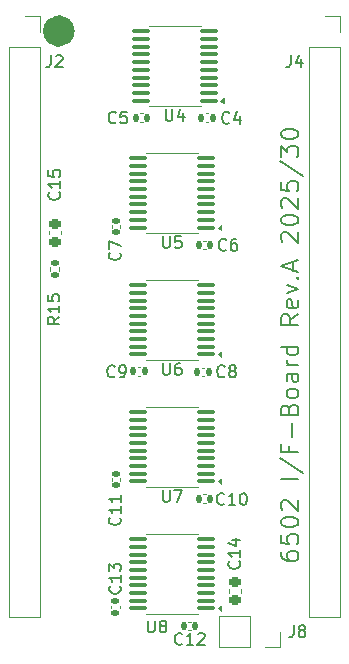
<source format=gbr>
%TF.GenerationSoftware,KiCad,Pcbnew,9.0.3*%
%TF.CreationDate,2025-07-14T16:06:07+02:00*%
%TF.ProjectId,IF-Board,49462d42-6f61-4726-942e-6b696361645f,rev?*%
%TF.SameCoordinates,Original*%
%TF.FileFunction,Legend,Top*%
%TF.FilePolarity,Positive*%
%FSLAX46Y46*%
G04 Gerber Fmt 4.6, Leading zero omitted, Abs format (unit mm)*
G04 Created by KiCad (PCBNEW 9.0.3) date 2025-07-14 16:06:07*
%MOMM*%
%LPD*%
G01*
G04 APERTURE LIST*
G04 Aperture macros list*
%AMRoundRect*
0 Rectangle with rounded corners*
0 $1 Rounding radius*
0 $2 $3 $4 $5 $6 $7 $8 $9 X,Y pos of 4 corners*
0 Add a 4 corners polygon primitive as box body*
4,1,4,$2,$3,$4,$5,$6,$7,$8,$9,$2,$3,0*
0 Add four circle primitives for the rounded corners*
1,1,$1+$1,$2,$3*
1,1,$1+$1,$4,$5*
1,1,$1+$1,$6,$7*
1,1,$1+$1,$8,$9*
0 Add four rect primitives between the rounded corners*
20,1,$1+$1,$2,$3,$4,$5,0*
20,1,$1+$1,$4,$5,$6,$7,0*
20,1,$1+$1,$6,$7,$8,$9,0*
20,1,$1+$1,$8,$9,$2,$3,0*%
G04 Aperture macros list end*
%ADD10C,1.330625*%
%ADD11C,0.200000*%
%ADD12C,0.150000*%
%ADD13C,0.120000*%
%ADD14RoundRect,0.140000X0.140000X0.170000X-0.140000X0.170000X-0.140000X-0.170000X0.140000X-0.170000X0*%
%ADD15RoundRect,0.140000X-0.170000X0.140000X-0.170000X-0.140000X0.170000X-0.140000X0.170000X0.140000X0*%
%ADD16C,2.000000*%
%ADD17R,1.700000X1.700000*%
%ADD18C,1.700000*%
%ADD19RoundRect,0.140000X-0.140000X-0.170000X0.140000X-0.170000X0.140000X0.170000X-0.140000X0.170000X0*%
%ADD20RoundRect,0.100000X0.637500X0.100000X-0.637500X0.100000X-0.637500X-0.100000X0.637500X-0.100000X0*%
%ADD21RoundRect,0.225000X0.250000X-0.225000X0.250000X0.225000X-0.250000X0.225000X-0.250000X-0.225000X0*%
%ADD22RoundRect,0.135000X-0.185000X0.135000X-0.185000X-0.135000X0.185000X-0.135000X0.185000X0.135000X0*%
G04 APERTURE END LIST*
D10*
X140865312Y-74590000D02*
G75*
G02*
X139534688Y-74590000I-665312J0D01*
G01*
X139534688Y-74590000D02*
G75*
G02*
X140865312Y-74590000I665312J0D01*
G01*
D11*
X158994028Y-118730422D02*
X158994028Y-119016136D01*
X158994028Y-119016136D02*
X159065457Y-119158993D01*
X159065457Y-119158993D02*
X159136885Y-119230422D01*
X159136885Y-119230422D02*
X159351171Y-119373279D01*
X159351171Y-119373279D02*
X159636885Y-119444707D01*
X159636885Y-119444707D02*
X160208314Y-119444707D01*
X160208314Y-119444707D02*
X160351171Y-119373279D01*
X160351171Y-119373279D02*
X160422600Y-119301850D01*
X160422600Y-119301850D02*
X160494028Y-119158993D01*
X160494028Y-119158993D02*
X160494028Y-118873279D01*
X160494028Y-118873279D02*
X160422600Y-118730422D01*
X160422600Y-118730422D02*
X160351171Y-118658993D01*
X160351171Y-118658993D02*
X160208314Y-118587564D01*
X160208314Y-118587564D02*
X159851171Y-118587564D01*
X159851171Y-118587564D02*
X159708314Y-118658993D01*
X159708314Y-118658993D02*
X159636885Y-118730422D01*
X159636885Y-118730422D02*
X159565457Y-118873279D01*
X159565457Y-118873279D02*
X159565457Y-119158993D01*
X159565457Y-119158993D02*
X159636885Y-119301850D01*
X159636885Y-119301850D02*
X159708314Y-119373279D01*
X159708314Y-119373279D02*
X159851171Y-119444707D01*
X158994028Y-117230422D02*
X158994028Y-117944708D01*
X158994028Y-117944708D02*
X159708314Y-118016136D01*
X159708314Y-118016136D02*
X159636885Y-117944708D01*
X159636885Y-117944708D02*
X159565457Y-117801851D01*
X159565457Y-117801851D02*
X159565457Y-117444708D01*
X159565457Y-117444708D02*
X159636885Y-117301851D01*
X159636885Y-117301851D02*
X159708314Y-117230422D01*
X159708314Y-117230422D02*
X159851171Y-117158993D01*
X159851171Y-117158993D02*
X160208314Y-117158993D01*
X160208314Y-117158993D02*
X160351171Y-117230422D01*
X160351171Y-117230422D02*
X160422600Y-117301851D01*
X160422600Y-117301851D02*
X160494028Y-117444708D01*
X160494028Y-117444708D02*
X160494028Y-117801851D01*
X160494028Y-117801851D02*
X160422600Y-117944708D01*
X160422600Y-117944708D02*
X160351171Y-118016136D01*
X158994028Y-116230422D02*
X158994028Y-116087565D01*
X158994028Y-116087565D02*
X159065457Y-115944708D01*
X159065457Y-115944708D02*
X159136885Y-115873280D01*
X159136885Y-115873280D02*
X159279742Y-115801851D01*
X159279742Y-115801851D02*
X159565457Y-115730422D01*
X159565457Y-115730422D02*
X159922600Y-115730422D01*
X159922600Y-115730422D02*
X160208314Y-115801851D01*
X160208314Y-115801851D02*
X160351171Y-115873280D01*
X160351171Y-115873280D02*
X160422600Y-115944708D01*
X160422600Y-115944708D02*
X160494028Y-116087565D01*
X160494028Y-116087565D02*
X160494028Y-116230422D01*
X160494028Y-116230422D02*
X160422600Y-116373280D01*
X160422600Y-116373280D02*
X160351171Y-116444708D01*
X160351171Y-116444708D02*
X160208314Y-116516137D01*
X160208314Y-116516137D02*
X159922600Y-116587565D01*
X159922600Y-116587565D02*
X159565457Y-116587565D01*
X159565457Y-116587565D02*
X159279742Y-116516137D01*
X159279742Y-116516137D02*
X159136885Y-116444708D01*
X159136885Y-116444708D02*
X159065457Y-116373280D01*
X159065457Y-116373280D02*
X158994028Y-116230422D01*
X159136885Y-115158994D02*
X159065457Y-115087566D01*
X159065457Y-115087566D02*
X158994028Y-114944709D01*
X158994028Y-114944709D02*
X158994028Y-114587566D01*
X158994028Y-114587566D02*
X159065457Y-114444709D01*
X159065457Y-114444709D02*
X159136885Y-114373280D01*
X159136885Y-114373280D02*
X159279742Y-114301851D01*
X159279742Y-114301851D02*
X159422600Y-114301851D01*
X159422600Y-114301851D02*
X159636885Y-114373280D01*
X159636885Y-114373280D02*
X160494028Y-115230423D01*
X160494028Y-115230423D02*
X160494028Y-114301851D01*
X160494028Y-112516138D02*
X158994028Y-112516138D01*
X158922600Y-110730423D02*
X160851171Y-112016137D01*
X159708314Y-109730423D02*
X159708314Y-110230423D01*
X160494028Y-110230423D02*
X158994028Y-110230423D01*
X158994028Y-110230423D02*
X158994028Y-109516137D01*
X159922600Y-108944709D02*
X159922600Y-107801852D01*
X159708314Y-106587566D02*
X159779742Y-106373280D01*
X159779742Y-106373280D02*
X159851171Y-106301851D01*
X159851171Y-106301851D02*
X159994028Y-106230423D01*
X159994028Y-106230423D02*
X160208314Y-106230423D01*
X160208314Y-106230423D02*
X160351171Y-106301851D01*
X160351171Y-106301851D02*
X160422600Y-106373280D01*
X160422600Y-106373280D02*
X160494028Y-106516137D01*
X160494028Y-106516137D02*
X160494028Y-107087566D01*
X160494028Y-107087566D02*
X158994028Y-107087566D01*
X158994028Y-107087566D02*
X158994028Y-106587566D01*
X158994028Y-106587566D02*
X159065457Y-106444709D01*
X159065457Y-106444709D02*
X159136885Y-106373280D01*
X159136885Y-106373280D02*
X159279742Y-106301851D01*
X159279742Y-106301851D02*
X159422600Y-106301851D01*
X159422600Y-106301851D02*
X159565457Y-106373280D01*
X159565457Y-106373280D02*
X159636885Y-106444709D01*
X159636885Y-106444709D02*
X159708314Y-106587566D01*
X159708314Y-106587566D02*
X159708314Y-107087566D01*
X160494028Y-105373280D02*
X160422600Y-105516137D01*
X160422600Y-105516137D02*
X160351171Y-105587566D01*
X160351171Y-105587566D02*
X160208314Y-105658994D01*
X160208314Y-105658994D02*
X159779742Y-105658994D01*
X159779742Y-105658994D02*
X159636885Y-105587566D01*
X159636885Y-105587566D02*
X159565457Y-105516137D01*
X159565457Y-105516137D02*
X159494028Y-105373280D01*
X159494028Y-105373280D02*
X159494028Y-105158994D01*
X159494028Y-105158994D02*
X159565457Y-105016137D01*
X159565457Y-105016137D02*
X159636885Y-104944709D01*
X159636885Y-104944709D02*
X159779742Y-104873280D01*
X159779742Y-104873280D02*
X160208314Y-104873280D01*
X160208314Y-104873280D02*
X160351171Y-104944709D01*
X160351171Y-104944709D02*
X160422600Y-105016137D01*
X160422600Y-105016137D02*
X160494028Y-105158994D01*
X160494028Y-105158994D02*
X160494028Y-105373280D01*
X160494028Y-103587566D02*
X159708314Y-103587566D01*
X159708314Y-103587566D02*
X159565457Y-103658994D01*
X159565457Y-103658994D02*
X159494028Y-103801851D01*
X159494028Y-103801851D02*
X159494028Y-104087566D01*
X159494028Y-104087566D02*
X159565457Y-104230423D01*
X160422600Y-103587566D02*
X160494028Y-103730423D01*
X160494028Y-103730423D02*
X160494028Y-104087566D01*
X160494028Y-104087566D02*
X160422600Y-104230423D01*
X160422600Y-104230423D02*
X160279742Y-104301851D01*
X160279742Y-104301851D02*
X160136885Y-104301851D01*
X160136885Y-104301851D02*
X159994028Y-104230423D01*
X159994028Y-104230423D02*
X159922600Y-104087566D01*
X159922600Y-104087566D02*
X159922600Y-103730423D01*
X159922600Y-103730423D02*
X159851171Y-103587566D01*
X160494028Y-102873280D02*
X159494028Y-102873280D01*
X159779742Y-102873280D02*
X159636885Y-102801851D01*
X159636885Y-102801851D02*
X159565457Y-102730423D01*
X159565457Y-102730423D02*
X159494028Y-102587565D01*
X159494028Y-102587565D02*
X159494028Y-102444708D01*
X160494028Y-101301852D02*
X158994028Y-101301852D01*
X160422600Y-101301852D02*
X160494028Y-101444709D01*
X160494028Y-101444709D02*
X160494028Y-101730423D01*
X160494028Y-101730423D02*
X160422600Y-101873280D01*
X160422600Y-101873280D02*
X160351171Y-101944709D01*
X160351171Y-101944709D02*
X160208314Y-102016137D01*
X160208314Y-102016137D02*
X159779742Y-102016137D01*
X159779742Y-102016137D02*
X159636885Y-101944709D01*
X159636885Y-101944709D02*
X159565457Y-101873280D01*
X159565457Y-101873280D02*
X159494028Y-101730423D01*
X159494028Y-101730423D02*
X159494028Y-101444709D01*
X159494028Y-101444709D02*
X159565457Y-101301852D01*
X160494028Y-98587566D02*
X159779742Y-99087566D01*
X160494028Y-99444709D02*
X158994028Y-99444709D01*
X158994028Y-99444709D02*
X158994028Y-98873280D01*
X158994028Y-98873280D02*
X159065457Y-98730423D01*
X159065457Y-98730423D02*
X159136885Y-98658994D01*
X159136885Y-98658994D02*
X159279742Y-98587566D01*
X159279742Y-98587566D02*
X159494028Y-98587566D01*
X159494028Y-98587566D02*
X159636885Y-98658994D01*
X159636885Y-98658994D02*
X159708314Y-98730423D01*
X159708314Y-98730423D02*
X159779742Y-98873280D01*
X159779742Y-98873280D02*
X159779742Y-99444709D01*
X160422600Y-97373280D02*
X160494028Y-97516137D01*
X160494028Y-97516137D02*
X160494028Y-97801852D01*
X160494028Y-97801852D02*
X160422600Y-97944709D01*
X160422600Y-97944709D02*
X160279742Y-98016137D01*
X160279742Y-98016137D02*
X159708314Y-98016137D01*
X159708314Y-98016137D02*
X159565457Y-97944709D01*
X159565457Y-97944709D02*
X159494028Y-97801852D01*
X159494028Y-97801852D02*
X159494028Y-97516137D01*
X159494028Y-97516137D02*
X159565457Y-97373280D01*
X159565457Y-97373280D02*
X159708314Y-97301852D01*
X159708314Y-97301852D02*
X159851171Y-97301852D01*
X159851171Y-97301852D02*
X159994028Y-98016137D01*
X159494028Y-96801852D02*
X160494028Y-96444709D01*
X160494028Y-96444709D02*
X159494028Y-96087566D01*
X160351171Y-95516138D02*
X160422600Y-95444709D01*
X160422600Y-95444709D02*
X160494028Y-95516138D01*
X160494028Y-95516138D02*
X160422600Y-95587566D01*
X160422600Y-95587566D02*
X160351171Y-95516138D01*
X160351171Y-95516138D02*
X160494028Y-95516138D01*
X160065457Y-94873280D02*
X160065457Y-94158995D01*
X160494028Y-95016137D02*
X158994028Y-94516137D01*
X158994028Y-94516137D02*
X160494028Y-94016137D01*
X159136885Y-92444709D02*
X159065457Y-92373281D01*
X159065457Y-92373281D02*
X158994028Y-92230424D01*
X158994028Y-92230424D02*
X158994028Y-91873281D01*
X158994028Y-91873281D02*
X159065457Y-91730424D01*
X159065457Y-91730424D02*
X159136885Y-91658995D01*
X159136885Y-91658995D02*
X159279742Y-91587566D01*
X159279742Y-91587566D02*
X159422600Y-91587566D01*
X159422600Y-91587566D02*
X159636885Y-91658995D01*
X159636885Y-91658995D02*
X160494028Y-92516138D01*
X160494028Y-92516138D02*
X160494028Y-91587566D01*
X158994028Y-90658995D02*
X158994028Y-90516138D01*
X158994028Y-90516138D02*
X159065457Y-90373281D01*
X159065457Y-90373281D02*
X159136885Y-90301853D01*
X159136885Y-90301853D02*
X159279742Y-90230424D01*
X159279742Y-90230424D02*
X159565457Y-90158995D01*
X159565457Y-90158995D02*
X159922600Y-90158995D01*
X159922600Y-90158995D02*
X160208314Y-90230424D01*
X160208314Y-90230424D02*
X160351171Y-90301853D01*
X160351171Y-90301853D02*
X160422600Y-90373281D01*
X160422600Y-90373281D02*
X160494028Y-90516138D01*
X160494028Y-90516138D02*
X160494028Y-90658995D01*
X160494028Y-90658995D02*
X160422600Y-90801853D01*
X160422600Y-90801853D02*
X160351171Y-90873281D01*
X160351171Y-90873281D02*
X160208314Y-90944710D01*
X160208314Y-90944710D02*
X159922600Y-91016138D01*
X159922600Y-91016138D02*
X159565457Y-91016138D01*
X159565457Y-91016138D02*
X159279742Y-90944710D01*
X159279742Y-90944710D02*
X159136885Y-90873281D01*
X159136885Y-90873281D02*
X159065457Y-90801853D01*
X159065457Y-90801853D02*
X158994028Y-90658995D01*
X159136885Y-89587567D02*
X159065457Y-89516139D01*
X159065457Y-89516139D02*
X158994028Y-89373282D01*
X158994028Y-89373282D02*
X158994028Y-89016139D01*
X158994028Y-89016139D02*
X159065457Y-88873282D01*
X159065457Y-88873282D02*
X159136885Y-88801853D01*
X159136885Y-88801853D02*
X159279742Y-88730424D01*
X159279742Y-88730424D02*
X159422600Y-88730424D01*
X159422600Y-88730424D02*
X159636885Y-88801853D01*
X159636885Y-88801853D02*
X160494028Y-89658996D01*
X160494028Y-89658996D02*
X160494028Y-88730424D01*
X158994028Y-87373282D02*
X158994028Y-88087568D01*
X158994028Y-88087568D02*
X159708314Y-88158996D01*
X159708314Y-88158996D02*
X159636885Y-88087568D01*
X159636885Y-88087568D02*
X159565457Y-87944711D01*
X159565457Y-87944711D02*
X159565457Y-87587568D01*
X159565457Y-87587568D02*
X159636885Y-87444711D01*
X159636885Y-87444711D02*
X159708314Y-87373282D01*
X159708314Y-87373282D02*
X159851171Y-87301853D01*
X159851171Y-87301853D02*
X160208314Y-87301853D01*
X160208314Y-87301853D02*
X160351171Y-87373282D01*
X160351171Y-87373282D02*
X160422600Y-87444711D01*
X160422600Y-87444711D02*
X160494028Y-87587568D01*
X160494028Y-87587568D02*
X160494028Y-87944711D01*
X160494028Y-87944711D02*
X160422600Y-88087568D01*
X160422600Y-88087568D02*
X160351171Y-88158996D01*
X158922600Y-85587568D02*
X160851171Y-86873282D01*
X158994028Y-85230425D02*
X158994028Y-84301853D01*
X158994028Y-84301853D02*
X159565457Y-84801853D01*
X159565457Y-84801853D02*
X159565457Y-84587568D01*
X159565457Y-84587568D02*
X159636885Y-84444711D01*
X159636885Y-84444711D02*
X159708314Y-84373282D01*
X159708314Y-84373282D02*
X159851171Y-84301853D01*
X159851171Y-84301853D02*
X160208314Y-84301853D01*
X160208314Y-84301853D02*
X160351171Y-84373282D01*
X160351171Y-84373282D02*
X160422600Y-84444711D01*
X160422600Y-84444711D02*
X160494028Y-84587568D01*
X160494028Y-84587568D02*
X160494028Y-85016139D01*
X160494028Y-85016139D02*
X160422600Y-85158996D01*
X160422600Y-85158996D02*
X160351171Y-85230425D01*
X158994028Y-83373282D02*
X158994028Y-83230425D01*
X158994028Y-83230425D02*
X159065457Y-83087568D01*
X159065457Y-83087568D02*
X159136885Y-83016140D01*
X159136885Y-83016140D02*
X159279742Y-82944711D01*
X159279742Y-82944711D02*
X159565457Y-82873282D01*
X159565457Y-82873282D02*
X159922600Y-82873282D01*
X159922600Y-82873282D02*
X160208314Y-82944711D01*
X160208314Y-82944711D02*
X160351171Y-83016140D01*
X160351171Y-83016140D02*
X160422600Y-83087568D01*
X160422600Y-83087568D02*
X160494028Y-83230425D01*
X160494028Y-83230425D02*
X160494028Y-83373282D01*
X160494028Y-83373282D02*
X160422600Y-83516140D01*
X160422600Y-83516140D02*
X160351171Y-83587568D01*
X160351171Y-83587568D02*
X160208314Y-83658997D01*
X160208314Y-83658997D02*
X159922600Y-83730425D01*
X159922600Y-83730425D02*
X159565457Y-83730425D01*
X159565457Y-83730425D02*
X159279742Y-83658997D01*
X159279742Y-83658997D02*
X159136885Y-83587568D01*
X159136885Y-83587568D02*
X159065457Y-83516140D01*
X159065457Y-83516140D02*
X158994028Y-83373282D01*
D12*
X145033333Y-82309580D02*
X144985714Y-82357200D01*
X144985714Y-82357200D02*
X144842857Y-82404819D01*
X144842857Y-82404819D02*
X144747619Y-82404819D01*
X144747619Y-82404819D02*
X144604762Y-82357200D01*
X144604762Y-82357200D02*
X144509524Y-82261961D01*
X144509524Y-82261961D02*
X144461905Y-82166723D01*
X144461905Y-82166723D02*
X144414286Y-81976247D01*
X144414286Y-81976247D02*
X144414286Y-81833390D01*
X144414286Y-81833390D02*
X144461905Y-81642914D01*
X144461905Y-81642914D02*
X144509524Y-81547676D01*
X144509524Y-81547676D02*
X144604762Y-81452438D01*
X144604762Y-81452438D02*
X144747619Y-81404819D01*
X144747619Y-81404819D02*
X144842857Y-81404819D01*
X144842857Y-81404819D02*
X144985714Y-81452438D01*
X144985714Y-81452438D02*
X145033333Y-81500057D01*
X145938095Y-81404819D02*
X145461905Y-81404819D01*
X145461905Y-81404819D02*
X145414286Y-81881009D01*
X145414286Y-81881009D02*
X145461905Y-81833390D01*
X145461905Y-81833390D02*
X145557143Y-81785771D01*
X145557143Y-81785771D02*
X145795238Y-81785771D01*
X145795238Y-81785771D02*
X145890476Y-81833390D01*
X145890476Y-81833390D02*
X145938095Y-81881009D01*
X145938095Y-81881009D02*
X145985714Y-81976247D01*
X145985714Y-81976247D02*
X145985714Y-82214342D01*
X145985714Y-82214342D02*
X145938095Y-82309580D01*
X145938095Y-82309580D02*
X145890476Y-82357200D01*
X145890476Y-82357200D02*
X145795238Y-82404819D01*
X145795238Y-82404819D02*
X145557143Y-82404819D01*
X145557143Y-82404819D02*
X145461905Y-82357200D01*
X145461905Y-82357200D02*
X145414286Y-82309580D01*
X145345180Y-93358666D02*
X145392800Y-93406285D01*
X145392800Y-93406285D02*
X145440419Y-93549142D01*
X145440419Y-93549142D02*
X145440419Y-93644380D01*
X145440419Y-93644380D02*
X145392800Y-93787237D01*
X145392800Y-93787237D02*
X145297561Y-93882475D01*
X145297561Y-93882475D02*
X145202323Y-93930094D01*
X145202323Y-93930094D02*
X145011847Y-93977713D01*
X145011847Y-93977713D02*
X144868990Y-93977713D01*
X144868990Y-93977713D02*
X144678514Y-93930094D01*
X144678514Y-93930094D02*
X144583276Y-93882475D01*
X144583276Y-93882475D02*
X144488038Y-93787237D01*
X144488038Y-93787237D02*
X144440419Y-93644380D01*
X144440419Y-93644380D02*
X144440419Y-93549142D01*
X144440419Y-93549142D02*
X144488038Y-93406285D01*
X144488038Y-93406285D02*
X144535657Y-93358666D01*
X144440419Y-93025332D02*
X144440419Y-92358666D01*
X144440419Y-92358666D02*
X145440419Y-92787237D01*
X160076666Y-124904819D02*
X160076666Y-125619104D01*
X160076666Y-125619104D02*
X160029047Y-125761961D01*
X160029047Y-125761961D02*
X159933809Y-125857200D01*
X159933809Y-125857200D02*
X159790952Y-125904819D01*
X159790952Y-125904819D02*
X159695714Y-125904819D01*
X160695714Y-125333390D02*
X160600476Y-125285771D01*
X160600476Y-125285771D02*
X160552857Y-125238152D01*
X160552857Y-125238152D02*
X160505238Y-125142914D01*
X160505238Y-125142914D02*
X160505238Y-125095295D01*
X160505238Y-125095295D02*
X160552857Y-125000057D01*
X160552857Y-125000057D02*
X160600476Y-124952438D01*
X160600476Y-124952438D02*
X160695714Y-124904819D01*
X160695714Y-124904819D02*
X160886190Y-124904819D01*
X160886190Y-124904819D02*
X160981428Y-124952438D01*
X160981428Y-124952438D02*
X161029047Y-125000057D01*
X161029047Y-125000057D02*
X161076666Y-125095295D01*
X161076666Y-125095295D02*
X161076666Y-125142914D01*
X161076666Y-125142914D02*
X161029047Y-125238152D01*
X161029047Y-125238152D02*
X160981428Y-125285771D01*
X160981428Y-125285771D02*
X160886190Y-125333390D01*
X160886190Y-125333390D02*
X160695714Y-125333390D01*
X160695714Y-125333390D02*
X160600476Y-125381009D01*
X160600476Y-125381009D02*
X160552857Y-125428628D01*
X160552857Y-125428628D02*
X160505238Y-125523866D01*
X160505238Y-125523866D02*
X160505238Y-125714342D01*
X160505238Y-125714342D02*
X160552857Y-125809580D01*
X160552857Y-125809580D02*
X160600476Y-125857200D01*
X160600476Y-125857200D02*
X160695714Y-125904819D01*
X160695714Y-125904819D02*
X160886190Y-125904819D01*
X160886190Y-125904819D02*
X160981428Y-125857200D01*
X160981428Y-125857200D02*
X161029047Y-125809580D01*
X161029047Y-125809580D02*
X161076666Y-125714342D01*
X161076666Y-125714342D02*
X161076666Y-125523866D01*
X161076666Y-125523866D02*
X161029047Y-125428628D01*
X161029047Y-125428628D02*
X160981428Y-125381009D01*
X160981428Y-125381009D02*
X160886190Y-125333390D01*
X159846666Y-76644819D02*
X159846666Y-77359104D01*
X159846666Y-77359104D02*
X159799047Y-77501961D01*
X159799047Y-77501961D02*
X159703809Y-77597200D01*
X159703809Y-77597200D02*
X159560952Y-77644819D01*
X159560952Y-77644819D02*
X159465714Y-77644819D01*
X160751428Y-76978152D02*
X160751428Y-77644819D01*
X160513333Y-76597200D02*
X160275238Y-77311485D01*
X160275238Y-77311485D02*
X160894285Y-77311485D01*
X154374533Y-93094380D02*
X154326914Y-93142000D01*
X154326914Y-93142000D02*
X154184057Y-93189619D01*
X154184057Y-93189619D02*
X154088819Y-93189619D01*
X154088819Y-93189619D02*
X153945962Y-93142000D01*
X153945962Y-93142000D02*
X153850724Y-93046761D01*
X153850724Y-93046761D02*
X153803105Y-92951523D01*
X153803105Y-92951523D02*
X153755486Y-92761047D01*
X153755486Y-92761047D02*
X153755486Y-92618190D01*
X153755486Y-92618190D02*
X153803105Y-92427714D01*
X153803105Y-92427714D02*
X153850724Y-92332476D01*
X153850724Y-92332476D02*
X153945962Y-92237238D01*
X153945962Y-92237238D02*
X154088819Y-92189619D01*
X154088819Y-92189619D02*
X154184057Y-92189619D01*
X154184057Y-92189619D02*
X154326914Y-92237238D01*
X154326914Y-92237238D02*
X154374533Y-92284857D01*
X155231676Y-92189619D02*
X155041200Y-92189619D01*
X155041200Y-92189619D02*
X154945962Y-92237238D01*
X154945962Y-92237238D02*
X154898343Y-92284857D01*
X154898343Y-92284857D02*
X154803105Y-92427714D01*
X154803105Y-92427714D02*
X154755486Y-92618190D01*
X154755486Y-92618190D02*
X154755486Y-92999142D01*
X154755486Y-92999142D02*
X154803105Y-93094380D01*
X154803105Y-93094380D02*
X154850724Y-93142000D01*
X154850724Y-93142000D02*
X154945962Y-93189619D01*
X154945962Y-93189619D02*
X155136438Y-93189619D01*
X155136438Y-93189619D02*
X155231676Y-93142000D01*
X155231676Y-93142000D02*
X155279295Y-93094380D01*
X155279295Y-93094380D02*
X155326914Y-92999142D01*
X155326914Y-92999142D02*
X155326914Y-92761047D01*
X155326914Y-92761047D02*
X155279295Y-92665809D01*
X155279295Y-92665809D02*
X155231676Y-92618190D01*
X155231676Y-92618190D02*
X155136438Y-92570571D01*
X155136438Y-92570571D02*
X154945962Y-92570571D01*
X154945962Y-92570571D02*
X154850724Y-92618190D01*
X154850724Y-92618190D02*
X154803105Y-92665809D01*
X154803105Y-92665809D02*
X154755486Y-92761047D01*
X139526666Y-76644819D02*
X139526666Y-77359104D01*
X139526666Y-77359104D02*
X139479047Y-77501961D01*
X139479047Y-77501961D02*
X139383809Y-77597200D01*
X139383809Y-77597200D02*
X139240952Y-77644819D01*
X139240952Y-77644819D02*
X139145714Y-77644819D01*
X139955238Y-76740057D02*
X140002857Y-76692438D01*
X140002857Y-76692438D02*
X140098095Y-76644819D01*
X140098095Y-76644819D02*
X140336190Y-76644819D01*
X140336190Y-76644819D02*
X140431428Y-76692438D01*
X140431428Y-76692438D02*
X140479047Y-76740057D01*
X140479047Y-76740057D02*
X140526666Y-76835295D01*
X140526666Y-76835295D02*
X140526666Y-76930533D01*
X140526666Y-76930533D02*
X140479047Y-77073390D01*
X140479047Y-77073390D02*
X139907619Y-77644819D01*
X139907619Y-77644819D02*
X140526666Y-77644819D01*
X149258095Y-81204819D02*
X149258095Y-82014342D01*
X149258095Y-82014342D02*
X149305714Y-82109580D01*
X149305714Y-82109580D02*
X149353333Y-82157200D01*
X149353333Y-82157200D02*
X149448571Y-82204819D01*
X149448571Y-82204819D02*
X149639047Y-82204819D01*
X149639047Y-82204819D02*
X149734285Y-82157200D01*
X149734285Y-82157200D02*
X149781904Y-82109580D01*
X149781904Y-82109580D02*
X149829523Y-82014342D01*
X149829523Y-82014342D02*
X149829523Y-81204819D01*
X150734285Y-81538152D02*
X150734285Y-82204819D01*
X150496190Y-81157200D02*
X150258095Y-81871485D01*
X150258095Y-81871485D02*
X150877142Y-81871485D01*
X149020595Y-91954819D02*
X149020595Y-92764342D01*
X149020595Y-92764342D02*
X149068214Y-92859580D01*
X149068214Y-92859580D02*
X149115833Y-92907200D01*
X149115833Y-92907200D02*
X149211071Y-92954819D01*
X149211071Y-92954819D02*
X149401547Y-92954819D01*
X149401547Y-92954819D02*
X149496785Y-92907200D01*
X149496785Y-92907200D02*
X149544404Y-92859580D01*
X149544404Y-92859580D02*
X149592023Y-92764342D01*
X149592023Y-92764342D02*
X149592023Y-91954819D01*
X150544404Y-91954819D02*
X150068214Y-91954819D01*
X150068214Y-91954819D02*
X150020595Y-92431009D01*
X150020595Y-92431009D02*
X150068214Y-92383390D01*
X150068214Y-92383390D02*
X150163452Y-92335771D01*
X150163452Y-92335771D02*
X150401547Y-92335771D01*
X150401547Y-92335771D02*
X150496785Y-92383390D01*
X150496785Y-92383390D02*
X150544404Y-92431009D01*
X150544404Y-92431009D02*
X150592023Y-92526247D01*
X150592023Y-92526247D02*
X150592023Y-92764342D01*
X150592023Y-92764342D02*
X150544404Y-92859580D01*
X150544404Y-92859580D02*
X150496785Y-92907200D01*
X150496785Y-92907200D02*
X150401547Y-92954819D01*
X150401547Y-92954819D02*
X150163452Y-92954819D01*
X150163452Y-92954819D02*
X150068214Y-92907200D01*
X150068214Y-92907200D02*
X150020595Y-92859580D01*
X155459580Y-119488857D02*
X155507200Y-119536476D01*
X155507200Y-119536476D02*
X155554819Y-119679333D01*
X155554819Y-119679333D02*
X155554819Y-119774571D01*
X155554819Y-119774571D02*
X155507200Y-119917428D01*
X155507200Y-119917428D02*
X155411961Y-120012666D01*
X155411961Y-120012666D02*
X155316723Y-120060285D01*
X155316723Y-120060285D02*
X155126247Y-120107904D01*
X155126247Y-120107904D02*
X154983390Y-120107904D01*
X154983390Y-120107904D02*
X154792914Y-120060285D01*
X154792914Y-120060285D02*
X154697676Y-120012666D01*
X154697676Y-120012666D02*
X154602438Y-119917428D01*
X154602438Y-119917428D02*
X154554819Y-119774571D01*
X154554819Y-119774571D02*
X154554819Y-119679333D01*
X154554819Y-119679333D02*
X154602438Y-119536476D01*
X154602438Y-119536476D02*
X154650057Y-119488857D01*
X155554819Y-118536476D02*
X155554819Y-119107904D01*
X155554819Y-118822190D02*
X154554819Y-118822190D01*
X154554819Y-118822190D02*
X154697676Y-118917428D01*
X154697676Y-118917428D02*
X154792914Y-119012666D01*
X154792914Y-119012666D02*
X154840533Y-119107904D01*
X154888152Y-117679333D02*
X155554819Y-117679333D01*
X154507200Y-117917428D02*
X155221485Y-118155523D01*
X155221485Y-118155523D02*
X155221485Y-117536476D01*
X140254819Y-98792857D02*
X139778628Y-99126190D01*
X140254819Y-99364285D02*
X139254819Y-99364285D01*
X139254819Y-99364285D02*
X139254819Y-98983333D01*
X139254819Y-98983333D02*
X139302438Y-98888095D01*
X139302438Y-98888095D02*
X139350057Y-98840476D01*
X139350057Y-98840476D02*
X139445295Y-98792857D01*
X139445295Y-98792857D02*
X139588152Y-98792857D01*
X139588152Y-98792857D02*
X139683390Y-98840476D01*
X139683390Y-98840476D02*
X139731009Y-98888095D01*
X139731009Y-98888095D02*
X139778628Y-98983333D01*
X139778628Y-98983333D02*
X139778628Y-99364285D01*
X140254819Y-97840476D02*
X140254819Y-98411904D01*
X140254819Y-98126190D02*
X139254819Y-98126190D01*
X139254819Y-98126190D02*
X139397676Y-98221428D01*
X139397676Y-98221428D02*
X139492914Y-98316666D01*
X139492914Y-98316666D02*
X139540533Y-98411904D01*
X139254819Y-96935714D02*
X139254819Y-97411904D01*
X139254819Y-97411904D02*
X139731009Y-97459523D01*
X139731009Y-97459523D02*
X139683390Y-97411904D01*
X139683390Y-97411904D02*
X139635771Y-97316666D01*
X139635771Y-97316666D02*
X139635771Y-97078571D01*
X139635771Y-97078571D02*
X139683390Y-96983333D01*
X139683390Y-96983333D02*
X139731009Y-96935714D01*
X139731009Y-96935714D02*
X139826247Y-96888095D01*
X139826247Y-96888095D02*
X140064342Y-96888095D01*
X140064342Y-96888095D02*
X140159580Y-96935714D01*
X140159580Y-96935714D02*
X140207200Y-96983333D01*
X140207200Y-96983333D02*
X140254819Y-97078571D01*
X140254819Y-97078571D02*
X140254819Y-97316666D01*
X140254819Y-97316666D02*
X140207200Y-97411904D01*
X140207200Y-97411904D02*
X140159580Y-97459523D01*
X149020595Y-113454819D02*
X149020595Y-114264342D01*
X149020595Y-114264342D02*
X149068214Y-114359580D01*
X149068214Y-114359580D02*
X149115833Y-114407200D01*
X149115833Y-114407200D02*
X149211071Y-114454819D01*
X149211071Y-114454819D02*
X149401547Y-114454819D01*
X149401547Y-114454819D02*
X149496785Y-114407200D01*
X149496785Y-114407200D02*
X149544404Y-114359580D01*
X149544404Y-114359580D02*
X149592023Y-114264342D01*
X149592023Y-114264342D02*
X149592023Y-113454819D01*
X149972976Y-113454819D02*
X150639642Y-113454819D01*
X150639642Y-113454819D02*
X150211071Y-114454819D01*
X154233333Y-103809580D02*
X154185714Y-103857200D01*
X154185714Y-103857200D02*
X154042857Y-103904819D01*
X154042857Y-103904819D02*
X153947619Y-103904819D01*
X153947619Y-103904819D02*
X153804762Y-103857200D01*
X153804762Y-103857200D02*
X153709524Y-103761961D01*
X153709524Y-103761961D02*
X153661905Y-103666723D01*
X153661905Y-103666723D02*
X153614286Y-103476247D01*
X153614286Y-103476247D02*
X153614286Y-103333390D01*
X153614286Y-103333390D02*
X153661905Y-103142914D01*
X153661905Y-103142914D02*
X153709524Y-103047676D01*
X153709524Y-103047676D02*
X153804762Y-102952438D01*
X153804762Y-102952438D02*
X153947619Y-102904819D01*
X153947619Y-102904819D02*
X154042857Y-102904819D01*
X154042857Y-102904819D02*
X154185714Y-102952438D01*
X154185714Y-102952438D02*
X154233333Y-103000057D01*
X154804762Y-103333390D02*
X154709524Y-103285771D01*
X154709524Y-103285771D02*
X154661905Y-103238152D01*
X154661905Y-103238152D02*
X154614286Y-103142914D01*
X154614286Y-103142914D02*
X154614286Y-103095295D01*
X154614286Y-103095295D02*
X154661905Y-103000057D01*
X154661905Y-103000057D02*
X154709524Y-102952438D01*
X154709524Y-102952438D02*
X154804762Y-102904819D01*
X154804762Y-102904819D02*
X154995238Y-102904819D01*
X154995238Y-102904819D02*
X155090476Y-102952438D01*
X155090476Y-102952438D02*
X155138095Y-103000057D01*
X155138095Y-103000057D02*
X155185714Y-103095295D01*
X155185714Y-103095295D02*
X155185714Y-103142914D01*
X155185714Y-103142914D02*
X155138095Y-103238152D01*
X155138095Y-103238152D02*
X155090476Y-103285771D01*
X155090476Y-103285771D02*
X154995238Y-103333390D01*
X154995238Y-103333390D02*
X154804762Y-103333390D01*
X154804762Y-103333390D02*
X154709524Y-103381009D01*
X154709524Y-103381009D02*
X154661905Y-103428628D01*
X154661905Y-103428628D02*
X154614286Y-103523866D01*
X154614286Y-103523866D02*
X154614286Y-103714342D01*
X154614286Y-103714342D02*
X154661905Y-103809580D01*
X154661905Y-103809580D02*
X154709524Y-103857200D01*
X154709524Y-103857200D02*
X154804762Y-103904819D01*
X154804762Y-103904819D02*
X154995238Y-103904819D01*
X154995238Y-103904819D02*
X155090476Y-103857200D01*
X155090476Y-103857200D02*
X155138095Y-103809580D01*
X155138095Y-103809580D02*
X155185714Y-103714342D01*
X155185714Y-103714342D02*
X155185714Y-103523866D01*
X155185714Y-103523866D02*
X155138095Y-103428628D01*
X155138095Y-103428628D02*
X155090476Y-103381009D01*
X155090476Y-103381009D02*
X154995238Y-103333390D01*
X154203142Y-114601980D02*
X154155523Y-114649600D01*
X154155523Y-114649600D02*
X154012666Y-114697219D01*
X154012666Y-114697219D02*
X153917428Y-114697219D01*
X153917428Y-114697219D02*
X153774571Y-114649600D01*
X153774571Y-114649600D02*
X153679333Y-114554361D01*
X153679333Y-114554361D02*
X153631714Y-114459123D01*
X153631714Y-114459123D02*
X153584095Y-114268647D01*
X153584095Y-114268647D02*
X153584095Y-114125790D01*
X153584095Y-114125790D02*
X153631714Y-113935314D01*
X153631714Y-113935314D02*
X153679333Y-113840076D01*
X153679333Y-113840076D02*
X153774571Y-113744838D01*
X153774571Y-113744838D02*
X153917428Y-113697219D01*
X153917428Y-113697219D02*
X154012666Y-113697219D01*
X154012666Y-113697219D02*
X154155523Y-113744838D01*
X154155523Y-113744838D02*
X154203142Y-113792457D01*
X155155523Y-114697219D02*
X154584095Y-114697219D01*
X154869809Y-114697219D02*
X154869809Y-113697219D01*
X154869809Y-113697219D02*
X154774571Y-113840076D01*
X154774571Y-113840076D02*
X154679333Y-113935314D01*
X154679333Y-113935314D02*
X154584095Y-113982933D01*
X155774571Y-113697219D02*
X155869809Y-113697219D01*
X155869809Y-113697219D02*
X155965047Y-113744838D01*
X155965047Y-113744838D02*
X156012666Y-113792457D01*
X156012666Y-113792457D02*
X156060285Y-113887695D01*
X156060285Y-113887695D02*
X156107904Y-114078171D01*
X156107904Y-114078171D02*
X156107904Y-114316266D01*
X156107904Y-114316266D02*
X156060285Y-114506742D01*
X156060285Y-114506742D02*
X156012666Y-114601980D01*
X156012666Y-114601980D02*
X155965047Y-114649600D01*
X155965047Y-114649600D02*
X155869809Y-114697219D01*
X155869809Y-114697219D02*
X155774571Y-114697219D01*
X155774571Y-114697219D02*
X155679333Y-114649600D01*
X155679333Y-114649600D02*
X155631714Y-114601980D01*
X155631714Y-114601980D02*
X155584095Y-114506742D01*
X155584095Y-114506742D02*
X155536476Y-114316266D01*
X155536476Y-114316266D02*
X155536476Y-114078171D01*
X155536476Y-114078171D02*
X155584095Y-113887695D01*
X155584095Y-113887695D02*
X155631714Y-113792457D01*
X155631714Y-113792457D02*
X155679333Y-113744838D01*
X155679333Y-113744838D02*
X155774571Y-113697219D01*
X145359580Y-121592857D02*
X145407200Y-121640476D01*
X145407200Y-121640476D02*
X145454819Y-121783333D01*
X145454819Y-121783333D02*
X145454819Y-121878571D01*
X145454819Y-121878571D02*
X145407200Y-122021428D01*
X145407200Y-122021428D02*
X145311961Y-122116666D01*
X145311961Y-122116666D02*
X145216723Y-122164285D01*
X145216723Y-122164285D02*
X145026247Y-122211904D01*
X145026247Y-122211904D02*
X144883390Y-122211904D01*
X144883390Y-122211904D02*
X144692914Y-122164285D01*
X144692914Y-122164285D02*
X144597676Y-122116666D01*
X144597676Y-122116666D02*
X144502438Y-122021428D01*
X144502438Y-122021428D02*
X144454819Y-121878571D01*
X144454819Y-121878571D02*
X144454819Y-121783333D01*
X144454819Y-121783333D02*
X144502438Y-121640476D01*
X144502438Y-121640476D02*
X144550057Y-121592857D01*
X145454819Y-120640476D02*
X145454819Y-121211904D01*
X145454819Y-120926190D02*
X144454819Y-120926190D01*
X144454819Y-120926190D02*
X144597676Y-121021428D01*
X144597676Y-121021428D02*
X144692914Y-121116666D01*
X144692914Y-121116666D02*
X144740533Y-121211904D01*
X144454819Y-120307142D02*
X144454819Y-119688095D01*
X144454819Y-119688095D02*
X144835771Y-120021428D01*
X144835771Y-120021428D02*
X144835771Y-119878571D01*
X144835771Y-119878571D02*
X144883390Y-119783333D01*
X144883390Y-119783333D02*
X144931009Y-119735714D01*
X144931009Y-119735714D02*
X145026247Y-119688095D01*
X145026247Y-119688095D02*
X145264342Y-119688095D01*
X145264342Y-119688095D02*
X145359580Y-119735714D01*
X145359580Y-119735714D02*
X145407200Y-119783333D01*
X145407200Y-119783333D02*
X145454819Y-119878571D01*
X145454819Y-119878571D02*
X145454819Y-120164285D01*
X145454819Y-120164285D02*
X145407200Y-120259523D01*
X145407200Y-120259523D02*
X145359580Y-120307142D01*
X149020595Y-102704819D02*
X149020595Y-103514342D01*
X149020595Y-103514342D02*
X149068214Y-103609580D01*
X149068214Y-103609580D02*
X149115833Y-103657200D01*
X149115833Y-103657200D02*
X149211071Y-103704819D01*
X149211071Y-103704819D02*
X149401547Y-103704819D01*
X149401547Y-103704819D02*
X149496785Y-103657200D01*
X149496785Y-103657200D02*
X149544404Y-103609580D01*
X149544404Y-103609580D02*
X149592023Y-103514342D01*
X149592023Y-103514342D02*
X149592023Y-102704819D01*
X150496785Y-102704819D02*
X150306309Y-102704819D01*
X150306309Y-102704819D02*
X150211071Y-102752438D01*
X150211071Y-102752438D02*
X150163452Y-102800057D01*
X150163452Y-102800057D02*
X150068214Y-102942914D01*
X150068214Y-102942914D02*
X150020595Y-103133390D01*
X150020595Y-103133390D02*
X150020595Y-103514342D01*
X150020595Y-103514342D02*
X150068214Y-103609580D01*
X150068214Y-103609580D02*
X150115833Y-103657200D01*
X150115833Y-103657200D02*
X150211071Y-103704819D01*
X150211071Y-103704819D02*
X150401547Y-103704819D01*
X150401547Y-103704819D02*
X150496785Y-103657200D01*
X150496785Y-103657200D02*
X150544404Y-103609580D01*
X150544404Y-103609580D02*
X150592023Y-103514342D01*
X150592023Y-103514342D02*
X150592023Y-103276247D01*
X150592023Y-103276247D02*
X150544404Y-103181009D01*
X150544404Y-103181009D02*
X150496785Y-103133390D01*
X150496785Y-103133390D02*
X150401547Y-103085771D01*
X150401547Y-103085771D02*
X150211071Y-103085771D01*
X150211071Y-103085771D02*
X150115833Y-103133390D01*
X150115833Y-103133390D02*
X150068214Y-103181009D01*
X150068214Y-103181009D02*
X150020595Y-103276247D01*
X140219580Y-88246857D02*
X140267200Y-88294476D01*
X140267200Y-88294476D02*
X140314819Y-88437333D01*
X140314819Y-88437333D02*
X140314819Y-88532571D01*
X140314819Y-88532571D02*
X140267200Y-88675428D01*
X140267200Y-88675428D02*
X140171961Y-88770666D01*
X140171961Y-88770666D02*
X140076723Y-88818285D01*
X140076723Y-88818285D02*
X139886247Y-88865904D01*
X139886247Y-88865904D02*
X139743390Y-88865904D01*
X139743390Y-88865904D02*
X139552914Y-88818285D01*
X139552914Y-88818285D02*
X139457676Y-88770666D01*
X139457676Y-88770666D02*
X139362438Y-88675428D01*
X139362438Y-88675428D02*
X139314819Y-88532571D01*
X139314819Y-88532571D02*
X139314819Y-88437333D01*
X139314819Y-88437333D02*
X139362438Y-88294476D01*
X139362438Y-88294476D02*
X139410057Y-88246857D01*
X140314819Y-87294476D02*
X140314819Y-87865904D01*
X140314819Y-87580190D02*
X139314819Y-87580190D01*
X139314819Y-87580190D02*
X139457676Y-87675428D01*
X139457676Y-87675428D02*
X139552914Y-87770666D01*
X139552914Y-87770666D02*
X139600533Y-87865904D01*
X139314819Y-86389714D02*
X139314819Y-86865904D01*
X139314819Y-86865904D02*
X139791009Y-86913523D01*
X139791009Y-86913523D02*
X139743390Y-86865904D01*
X139743390Y-86865904D02*
X139695771Y-86770666D01*
X139695771Y-86770666D02*
X139695771Y-86532571D01*
X139695771Y-86532571D02*
X139743390Y-86437333D01*
X139743390Y-86437333D02*
X139791009Y-86389714D01*
X139791009Y-86389714D02*
X139886247Y-86342095D01*
X139886247Y-86342095D02*
X140124342Y-86342095D01*
X140124342Y-86342095D02*
X140219580Y-86389714D01*
X140219580Y-86389714D02*
X140267200Y-86437333D01*
X140267200Y-86437333D02*
X140314819Y-86532571D01*
X140314819Y-86532571D02*
X140314819Y-86770666D01*
X140314819Y-86770666D02*
X140267200Y-86865904D01*
X140267200Y-86865904D02*
X140219580Y-86913523D01*
X144933333Y-103809580D02*
X144885714Y-103857200D01*
X144885714Y-103857200D02*
X144742857Y-103904819D01*
X144742857Y-103904819D02*
X144647619Y-103904819D01*
X144647619Y-103904819D02*
X144504762Y-103857200D01*
X144504762Y-103857200D02*
X144409524Y-103761961D01*
X144409524Y-103761961D02*
X144361905Y-103666723D01*
X144361905Y-103666723D02*
X144314286Y-103476247D01*
X144314286Y-103476247D02*
X144314286Y-103333390D01*
X144314286Y-103333390D02*
X144361905Y-103142914D01*
X144361905Y-103142914D02*
X144409524Y-103047676D01*
X144409524Y-103047676D02*
X144504762Y-102952438D01*
X144504762Y-102952438D02*
X144647619Y-102904819D01*
X144647619Y-102904819D02*
X144742857Y-102904819D01*
X144742857Y-102904819D02*
X144885714Y-102952438D01*
X144885714Y-102952438D02*
X144933333Y-103000057D01*
X145409524Y-103904819D02*
X145600000Y-103904819D01*
X145600000Y-103904819D02*
X145695238Y-103857200D01*
X145695238Y-103857200D02*
X145742857Y-103809580D01*
X145742857Y-103809580D02*
X145838095Y-103666723D01*
X145838095Y-103666723D02*
X145885714Y-103476247D01*
X145885714Y-103476247D02*
X145885714Y-103095295D01*
X145885714Y-103095295D02*
X145838095Y-103000057D01*
X145838095Y-103000057D02*
X145790476Y-102952438D01*
X145790476Y-102952438D02*
X145695238Y-102904819D01*
X145695238Y-102904819D02*
X145504762Y-102904819D01*
X145504762Y-102904819D02*
X145409524Y-102952438D01*
X145409524Y-102952438D02*
X145361905Y-103000057D01*
X145361905Y-103000057D02*
X145314286Y-103095295D01*
X145314286Y-103095295D02*
X145314286Y-103333390D01*
X145314286Y-103333390D02*
X145361905Y-103428628D01*
X145361905Y-103428628D02*
X145409524Y-103476247D01*
X145409524Y-103476247D02*
X145504762Y-103523866D01*
X145504762Y-103523866D02*
X145695238Y-103523866D01*
X145695238Y-103523866D02*
X145790476Y-103476247D01*
X145790476Y-103476247D02*
X145838095Y-103428628D01*
X145838095Y-103428628D02*
X145885714Y-103333390D01*
X147738095Y-124504819D02*
X147738095Y-125314342D01*
X147738095Y-125314342D02*
X147785714Y-125409580D01*
X147785714Y-125409580D02*
X147833333Y-125457200D01*
X147833333Y-125457200D02*
X147928571Y-125504819D01*
X147928571Y-125504819D02*
X148119047Y-125504819D01*
X148119047Y-125504819D02*
X148214285Y-125457200D01*
X148214285Y-125457200D02*
X148261904Y-125409580D01*
X148261904Y-125409580D02*
X148309523Y-125314342D01*
X148309523Y-125314342D02*
X148309523Y-124504819D01*
X148928571Y-124933390D02*
X148833333Y-124885771D01*
X148833333Y-124885771D02*
X148785714Y-124838152D01*
X148785714Y-124838152D02*
X148738095Y-124742914D01*
X148738095Y-124742914D02*
X148738095Y-124695295D01*
X148738095Y-124695295D02*
X148785714Y-124600057D01*
X148785714Y-124600057D02*
X148833333Y-124552438D01*
X148833333Y-124552438D02*
X148928571Y-124504819D01*
X148928571Y-124504819D02*
X149119047Y-124504819D01*
X149119047Y-124504819D02*
X149214285Y-124552438D01*
X149214285Y-124552438D02*
X149261904Y-124600057D01*
X149261904Y-124600057D02*
X149309523Y-124695295D01*
X149309523Y-124695295D02*
X149309523Y-124742914D01*
X149309523Y-124742914D02*
X149261904Y-124838152D01*
X149261904Y-124838152D02*
X149214285Y-124885771D01*
X149214285Y-124885771D02*
X149119047Y-124933390D01*
X149119047Y-124933390D02*
X148928571Y-124933390D01*
X148928571Y-124933390D02*
X148833333Y-124981009D01*
X148833333Y-124981009D02*
X148785714Y-125028628D01*
X148785714Y-125028628D02*
X148738095Y-125123866D01*
X148738095Y-125123866D02*
X148738095Y-125314342D01*
X148738095Y-125314342D02*
X148785714Y-125409580D01*
X148785714Y-125409580D02*
X148833333Y-125457200D01*
X148833333Y-125457200D02*
X148928571Y-125504819D01*
X148928571Y-125504819D02*
X149119047Y-125504819D01*
X149119047Y-125504819D02*
X149214285Y-125457200D01*
X149214285Y-125457200D02*
X149261904Y-125409580D01*
X149261904Y-125409580D02*
X149309523Y-125314342D01*
X149309523Y-125314342D02*
X149309523Y-125123866D01*
X149309523Y-125123866D02*
X149261904Y-125028628D01*
X149261904Y-125028628D02*
X149214285Y-124981009D01*
X149214285Y-124981009D02*
X149119047Y-124933390D01*
X150647142Y-126461580D02*
X150599523Y-126509200D01*
X150599523Y-126509200D02*
X150456666Y-126556819D01*
X150456666Y-126556819D02*
X150361428Y-126556819D01*
X150361428Y-126556819D02*
X150218571Y-126509200D01*
X150218571Y-126509200D02*
X150123333Y-126413961D01*
X150123333Y-126413961D02*
X150075714Y-126318723D01*
X150075714Y-126318723D02*
X150028095Y-126128247D01*
X150028095Y-126128247D02*
X150028095Y-125985390D01*
X150028095Y-125985390D02*
X150075714Y-125794914D01*
X150075714Y-125794914D02*
X150123333Y-125699676D01*
X150123333Y-125699676D02*
X150218571Y-125604438D01*
X150218571Y-125604438D02*
X150361428Y-125556819D01*
X150361428Y-125556819D02*
X150456666Y-125556819D01*
X150456666Y-125556819D02*
X150599523Y-125604438D01*
X150599523Y-125604438D02*
X150647142Y-125652057D01*
X151599523Y-126556819D02*
X151028095Y-126556819D01*
X151313809Y-126556819D02*
X151313809Y-125556819D01*
X151313809Y-125556819D02*
X151218571Y-125699676D01*
X151218571Y-125699676D02*
X151123333Y-125794914D01*
X151123333Y-125794914D02*
X151028095Y-125842533D01*
X151980476Y-125652057D02*
X152028095Y-125604438D01*
X152028095Y-125604438D02*
X152123333Y-125556819D01*
X152123333Y-125556819D02*
X152361428Y-125556819D01*
X152361428Y-125556819D02*
X152456666Y-125604438D01*
X152456666Y-125604438D02*
X152504285Y-125652057D01*
X152504285Y-125652057D02*
X152551904Y-125747295D01*
X152551904Y-125747295D02*
X152551904Y-125842533D01*
X152551904Y-125842533D02*
X152504285Y-125985390D01*
X152504285Y-125985390D02*
X151932857Y-126556819D01*
X151932857Y-126556819D02*
X152551904Y-126556819D01*
X145345180Y-115792857D02*
X145392800Y-115840476D01*
X145392800Y-115840476D02*
X145440419Y-115983333D01*
X145440419Y-115983333D02*
X145440419Y-116078571D01*
X145440419Y-116078571D02*
X145392800Y-116221428D01*
X145392800Y-116221428D02*
X145297561Y-116316666D01*
X145297561Y-116316666D02*
X145202323Y-116364285D01*
X145202323Y-116364285D02*
X145011847Y-116411904D01*
X145011847Y-116411904D02*
X144868990Y-116411904D01*
X144868990Y-116411904D02*
X144678514Y-116364285D01*
X144678514Y-116364285D02*
X144583276Y-116316666D01*
X144583276Y-116316666D02*
X144488038Y-116221428D01*
X144488038Y-116221428D02*
X144440419Y-116078571D01*
X144440419Y-116078571D02*
X144440419Y-115983333D01*
X144440419Y-115983333D02*
X144488038Y-115840476D01*
X144488038Y-115840476D02*
X144535657Y-115792857D01*
X145440419Y-114840476D02*
X145440419Y-115411904D01*
X145440419Y-115126190D02*
X144440419Y-115126190D01*
X144440419Y-115126190D02*
X144583276Y-115221428D01*
X144583276Y-115221428D02*
X144678514Y-115316666D01*
X144678514Y-115316666D02*
X144726133Y-115411904D01*
X145440419Y-113888095D02*
X145440419Y-114459523D01*
X145440419Y-114173809D02*
X144440419Y-114173809D01*
X144440419Y-114173809D02*
X144583276Y-114269047D01*
X144583276Y-114269047D02*
X144678514Y-114364285D01*
X144678514Y-114364285D02*
X144726133Y-114459523D01*
X154647333Y-82335980D02*
X154599714Y-82383600D01*
X154599714Y-82383600D02*
X154456857Y-82431219D01*
X154456857Y-82431219D02*
X154361619Y-82431219D01*
X154361619Y-82431219D02*
X154218762Y-82383600D01*
X154218762Y-82383600D02*
X154123524Y-82288361D01*
X154123524Y-82288361D02*
X154075905Y-82193123D01*
X154075905Y-82193123D02*
X154028286Y-82002647D01*
X154028286Y-82002647D02*
X154028286Y-81859790D01*
X154028286Y-81859790D02*
X154075905Y-81669314D01*
X154075905Y-81669314D02*
X154123524Y-81574076D01*
X154123524Y-81574076D02*
X154218762Y-81478838D01*
X154218762Y-81478838D02*
X154361619Y-81431219D01*
X154361619Y-81431219D02*
X154456857Y-81431219D01*
X154456857Y-81431219D02*
X154599714Y-81478838D01*
X154599714Y-81478838D02*
X154647333Y-81526457D01*
X155504476Y-81764552D02*
X155504476Y-82431219D01*
X155266381Y-81383600D02*
X155028286Y-82097885D01*
X155028286Y-82097885D02*
X155647333Y-82097885D01*
D13*
%TO.C,C5*%
X147333836Y-81554400D02*
X147118164Y-81554400D01*
X147333836Y-82274400D02*
X147118164Y-82274400D01*
%TO.C,C7*%
X144681600Y-91024664D02*
X144681600Y-91240336D01*
X145401600Y-91024664D02*
X145401600Y-91240336D01*
%TO.C,J8*%
X153770000Y-124120000D02*
X153770000Y-126780000D01*
X156370000Y-124120000D02*
X153770000Y-124120000D01*
X156370000Y-124120000D02*
X156370000Y-126780000D01*
X156370000Y-126780000D02*
X153770000Y-126780000D01*
X158970000Y-125450000D02*
X158970000Y-126780000D01*
X158970000Y-126780000D02*
X157640000Y-126780000D01*
%TO.C,J4*%
X161390000Y-75920000D02*
X161390000Y-124240000D01*
X161390000Y-75920000D02*
X164050000Y-75920000D01*
X161390000Y-124240000D02*
X164050000Y-124240000D01*
X162720000Y-73320000D02*
X164050000Y-73320000D01*
X164050000Y-73320000D02*
X164050000Y-74650000D01*
X164050000Y-75920000D02*
X164050000Y-124240000D01*
%TO.C,C6*%
X152442164Y-92324000D02*
X152657836Y-92324000D01*
X152442164Y-93044000D02*
X152657836Y-93044000D01*
%TO.C,J2*%
X135990000Y-75920000D02*
X135990000Y-124240000D01*
X135990000Y-75920000D02*
X138650000Y-75920000D01*
X135990000Y-124240000D02*
X138650000Y-124240000D01*
X137320000Y-73320000D02*
X138650000Y-73320000D01*
X138650000Y-73320000D02*
X138650000Y-74650000D01*
X138650000Y-75920000D02*
X138650000Y-124240000D01*
%TO.C,U4*%
X150020000Y-74165000D02*
X147820000Y-74165000D01*
X150020000Y-74165000D02*
X152220000Y-74165000D01*
X150020000Y-80935000D02*
X147820000Y-80935000D01*
X150020000Y-80935000D02*
X152220000Y-80935000D01*
X154210000Y-80715000D02*
X153880000Y-80475000D01*
X154210000Y-80235000D01*
X154210000Y-80715000D01*
G36*
X154210000Y-80715000D02*
G01*
X153880000Y-80475000D01*
X154210000Y-80235000D01*
X154210000Y-80715000D01*
G37*
%TO.C,U5*%
X149782500Y-84915000D02*
X147582500Y-84915000D01*
X149782500Y-84915000D02*
X151982500Y-84915000D01*
X149782500Y-91685000D02*
X147582500Y-91685000D01*
X149782500Y-91685000D02*
X151982500Y-91685000D01*
X153972500Y-91465000D02*
X153642500Y-91225000D01*
X153972500Y-90985000D01*
X153972500Y-91465000D01*
G36*
X153972500Y-91465000D02*
G01*
X153642500Y-91225000D01*
X153972500Y-90985000D01*
X153972500Y-91465000D01*
G37*
%TO.C,C14*%
X154590000Y-122135080D02*
X154590000Y-121853920D01*
X155610000Y-122135080D02*
X155610000Y-121853920D01*
%TO.C,R15*%
X139480000Y-94560359D02*
X139480000Y-94867641D01*
X140240000Y-94560359D02*
X140240000Y-94867641D01*
%TO.C,U7*%
X149782500Y-106415000D02*
X147582500Y-106415000D01*
X149782500Y-106415000D02*
X151982500Y-106415000D01*
X149782500Y-113185000D02*
X147582500Y-113185000D01*
X149782500Y-113185000D02*
X151982500Y-113185000D01*
X153972500Y-112965000D02*
X153642500Y-112725000D01*
X153972500Y-112485000D01*
X153972500Y-112965000D01*
G36*
X153972500Y-112965000D02*
G01*
X153642500Y-112725000D01*
X153972500Y-112485000D01*
X153972500Y-112965000D01*
G37*
%TO.C,C8*%
X152507836Y-103090000D02*
X152292164Y-103090000D01*
X152507836Y-103810000D02*
X152292164Y-103810000D01*
%TO.C,C10*%
X152442164Y-113812400D02*
X152657836Y-113812400D01*
X152442164Y-114532400D02*
X152657836Y-114532400D01*
%TO.C,C13*%
X144640000Y-123242164D02*
X144640000Y-123457836D01*
X145360000Y-123242164D02*
X145360000Y-123457836D01*
%TO.C,U6*%
X149782500Y-95665000D02*
X147582500Y-95665000D01*
X149782500Y-95665000D02*
X151982500Y-95665000D01*
X149782500Y-102435000D02*
X147582500Y-102435000D01*
X149782500Y-102435000D02*
X151982500Y-102435000D01*
X153972500Y-102215000D02*
X153642500Y-101975000D01*
X153972500Y-101735000D01*
X153972500Y-102215000D01*
G36*
X153972500Y-102215000D02*
G01*
X153642500Y-101975000D01*
X153972500Y-101735000D01*
X153972500Y-102215000D01*
G37*
%TO.C,C15*%
X139350000Y-91808580D02*
X139350000Y-91527420D01*
X140370000Y-91808580D02*
X140370000Y-91527420D01*
%TO.C,C9*%
X147107836Y-103042800D02*
X146892164Y-103042800D01*
X147107836Y-103762800D02*
X146892164Y-103762800D01*
%TO.C,U8*%
X149782500Y-117165000D02*
X147582500Y-117165000D01*
X149782500Y-117165000D02*
X151982500Y-117165000D01*
X149782500Y-123935000D02*
X147582500Y-123935000D01*
X149782500Y-123935000D02*
X151982500Y-123935000D01*
X153972500Y-123715000D02*
X153642500Y-123475000D01*
X153972500Y-123235000D01*
X153972500Y-123715000D01*
G36*
X153972500Y-123715000D02*
G01*
X153642500Y-123475000D01*
X153972500Y-123235000D01*
X153972500Y-123715000D01*
G37*
%TO.C,C12*%
X151397836Y-124582000D02*
X151182164Y-124582000D01*
X151397836Y-125302000D02*
X151182164Y-125302000D01*
%TO.C,C11*%
X144681600Y-112438964D02*
X144681600Y-112654636D01*
X145401600Y-112438964D02*
X145401600Y-112654636D01*
%TO.C,C4*%
X152655364Y-81554400D02*
X152871036Y-81554400D01*
X152655364Y-82274400D02*
X152871036Y-82274400D01*
%TD*%
%LPC*%
D14*
%TO.C,C5*%
X147706000Y-81914400D03*
X146746000Y-81914400D03*
%TD*%
D15*
%TO.C,C7*%
X145041600Y-90652500D03*
X145041600Y-91612500D03*
%TD*%
D16*
%TO.C,FID3*%
X162720000Y-125450000D03*
%TD*%
D17*
%TO.C,J8*%
X157640000Y-125450000D03*
D18*
X155100000Y-125450000D03*
%TD*%
D17*
%TO.C,J4*%
X162720000Y-74650000D03*
D18*
X162720000Y-77190000D03*
X162720000Y-79730000D03*
X162720000Y-82270000D03*
X162720000Y-84810000D03*
X162720000Y-87350000D03*
X162720000Y-89890000D03*
X162720000Y-92430000D03*
X162720000Y-94970000D03*
X162720000Y-97510000D03*
X162720000Y-100050000D03*
X162720000Y-102590000D03*
X162720000Y-105130000D03*
X162720000Y-107670000D03*
X162720000Y-110210000D03*
X162720000Y-112750000D03*
X162720000Y-115290000D03*
X162720000Y-117830000D03*
X162720000Y-120370000D03*
X162720000Y-122910000D03*
%TD*%
D19*
%TO.C,C6*%
X152070000Y-92684000D03*
X153030000Y-92684000D03*
%TD*%
D17*
%TO.C,J2*%
X137320000Y-74650000D03*
D18*
X137320000Y-77190000D03*
X137320000Y-79730000D03*
X137320000Y-82270000D03*
X137320000Y-84810000D03*
X137320000Y-87350000D03*
X137320000Y-89890000D03*
X137320000Y-92430000D03*
X137320000Y-94970000D03*
X137320000Y-97510000D03*
X137320000Y-100050000D03*
X137320000Y-102590000D03*
X137320000Y-105130000D03*
X137320000Y-107670000D03*
X137320000Y-110210000D03*
X137320000Y-112750000D03*
X137320000Y-115290000D03*
X137320000Y-117830000D03*
X137320000Y-120370000D03*
X137320000Y-122910000D03*
%TD*%
D20*
%TO.C,U4*%
X152882500Y-80475000D03*
X152882500Y-79825000D03*
X152882500Y-79175000D03*
X152882500Y-78525000D03*
X152882500Y-77875000D03*
X152882500Y-77225000D03*
X152882500Y-76575000D03*
X152882500Y-75925000D03*
X152882500Y-75275000D03*
X152882500Y-74625000D03*
X147157500Y-74625000D03*
X147157500Y-75275000D03*
X147157500Y-75925000D03*
X147157500Y-76575000D03*
X147157500Y-77225000D03*
X147157500Y-77875000D03*
X147157500Y-78525000D03*
X147157500Y-79175000D03*
X147157500Y-79825000D03*
X147157500Y-80475000D03*
%TD*%
%TO.C,U5*%
X152645000Y-91225000D03*
X152645000Y-90575000D03*
X152645000Y-89925000D03*
X152645000Y-89275000D03*
X152645000Y-88625000D03*
X152645000Y-87975000D03*
X152645000Y-87325000D03*
X152645000Y-86675000D03*
X152645000Y-86025000D03*
X152645000Y-85375000D03*
X146920000Y-85375000D03*
X146920000Y-86025000D03*
X146920000Y-86675000D03*
X146920000Y-87325000D03*
X146920000Y-87975000D03*
X146920000Y-88625000D03*
X146920000Y-89275000D03*
X146920000Y-89925000D03*
X146920000Y-90575000D03*
X146920000Y-91225000D03*
%TD*%
D21*
%TO.C,C14*%
X155100000Y-122769500D03*
X155100000Y-121219500D03*
%TD*%
D16*
%TO.C,FID1*%
X160180000Y-74650000D03*
%TD*%
D22*
%TO.C,R15*%
X139860000Y-94204000D03*
X139860000Y-95224000D03*
%TD*%
D20*
%TO.C,U7*%
X152645000Y-112725000D03*
X152645000Y-112075000D03*
X152645000Y-111425000D03*
X152645000Y-110775000D03*
X152645000Y-110125000D03*
X152645000Y-109475000D03*
X152645000Y-108825000D03*
X152645000Y-108175000D03*
X152645000Y-107525000D03*
X152645000Y-106875000D03*
X146920000Y-106875000D03*
X146920000Y-107525000D03*
X146920000Y-108175000D03*
X146920000Y-108825000D03*
X146920000Y-109475000D03*
X146920000Y-110125000D03*
X146920000Y-110775000D03*
X146920000Y-111425000D03*
X146920000Y-112075000D03*
X146920000Y-112725000D03*
%TD*%
D14*
%TO.C,C8*%
X152880000Y-103450000D03*
X151920000Y-103450000D03*
%TD*%
D19*
%TO.C,C10*%
X152070000Y-114172400D03*
X153030000Y-114172400D03*
%TD*%
D15*
%TO.C,C13*%
X145000000Y-122870000D03*
X145000000Y-123830000D03*
%TD*%
D20*
%TO.C,U6*%
X152645000Y-101975000D03*
X152645000Y-101325000D03*
X152645000Y-100675000D03*
X152645000Y-100025000D03*
X152645000Y-99375000D03*
X152645000Y-98725000D03*
X152645000Y-98075000D03*
X152645000Y-97425000D03*
X152645000Y-96775000D03*
X152645000Y-96125000D03*
X146920000Y-96125000D03*
X146920000Y-96775000D03*
X146920000Y-97425000D03*
X146920000Y-98075000D03*
X146920000Y-98725000D03*
X146920000Y-99375000D03*
X146920000Y-100025000D03*
X146920000Y-100675000D03*
X146920000Y-101325000D03*
X146920000Y-101975000D03*
%TD*%
D21*
%TO.C,C15*%
X139860000Y-92443000D03*
X139860000Y-90893000D03*
%TD*%
D16*
%TO.C,FID2*%
X137320000Y-125450000D03*
%TD*%
D14*
%TO.C,C9*%
X147480000Y-103402800D03*
X146520000Y-103402800D03*
%TD*%
D20*
%TO.C,U8*%
X152645000Y-123475000D03*
X152645000Y-122825000D03*
X152645000Y-122175000D03*
X152645000Y-121525000D03*
X152645000Y-120875000D03*
X152645000Y-120225000D03*
X152645000Y-119575000D03*
X152645000Y-118925000D03*
X152645000Y-118275000D03*
X152645000Y-117625000D03*
X146920000Y-117625000D03*
X146920000Y-118275000D03*
X146920000Y-118925000D03*
X146920000Y-119575000D03*
X146920000Y-120225000D03*
X146920000Y-120875000D03*
X146920000Y-121525000D03*
X146920000Y-122175000D03*
X146920000Y-122825000D03*
X146920000Y-123475000D03*
%TD*%
D14*
%TO.C,C12*%
X151770000Y-124942000D03*
X150810000Y-124942000D03*
%TD*%
D15*
%TO.C,C11*%
X145041600Y-112066800D03*
X145041600Y-113026800D03*
%TD*%
D19*
%TO.C,C4*%
X152283200Y-81914400D03*
X153243200Y-81914400D03*
%TD*%
D17*
%TO.C,J11*%
X142400000Y-74650000D03*
D18*
X142400000Y-77190000D03*
X142400000Y-79730000D03*
X142400000Y-82270000D03*
X142400000Y-84810000D03*
X142400000Y-87350000D03*
X142400000Y-89890000D03*
X142400000Y-92430000D03*
X142400000Y-94970000D03*
X142400000Y-97510000D03*
X142400000Y-100050000D03*
X142400000Y-102590000D03*
X142400000Y-105130000D03*
X142400000Y-107670000D03*
X142400000Y-110210000D03*
X142400000Y-112750000D03*
X142400000Y-115290000D03*
X142400000Y-117830000D03*
X142400000Y-120370000D03*
X142400000Y-122910000D03*
%TD*%
D17*
%TO.C,J10*%
X157640000Y-74650000D03*
D18*
X157640000Y-77190000D03*
X157640000Y-79730000D03*
X157640000Y-82270000D03*
X157640000Y-84810000D03*
X157640000Y-87350000D03*
X157640000Y-89890000D03*
X157640000Y-92430000D03*
X157640000Y-94970000D03*
X157640000Y-97510000D03*
X157640000Y-100050000D03*
X157640000Y-102590000D03*
X157640000Y-105130000D03*
X157640000Y-107670000D03*
X157640000Y-110210000D03*
X157640000Y-112750000D03*
X157640000Y-115290000D03*
X157640000Y-117830000D03*
X157640000Y-120370000D03*
X157640000Y-122910000D03*
%TD*%
%LPD*%
M02*

</source>
